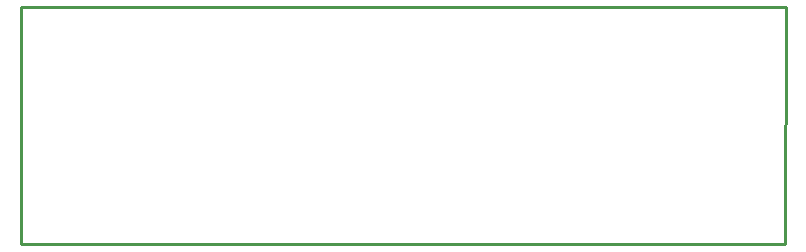
<source format=gbr>
G04 EAGLE Gerber RS-274X export*
G75*
%MOMM*%
%FSLAX34Y34*%
%LPD*%
%IN*%
%IPPOS*%
%AMOC8*
5,1,8,0,0,1.08239X$1,22.5*%
G01*
G04 Define Apertures*
%ADD10C,0.254000*%
D10*
X0Y0D02*
X647500Y0D01*
X647754Y200662D01*
X254Y200662D01*
X0Y0D01*
M02*

</source>
